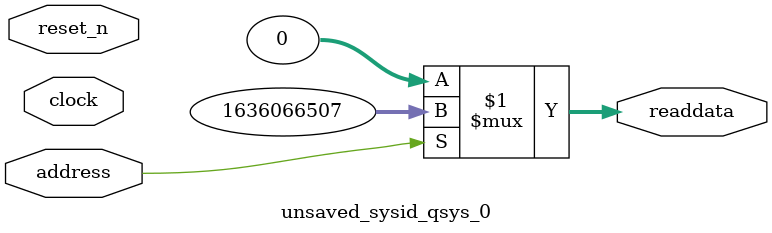
<source format=v>



// synthesis translate_off
`timescale 1ns / 1ps
// synthesis translate_on

// turn off superfluous verilog processor warnings 
// altera message_level Level1 
// altera message_off 10034 10035 10036 10037 10230 10240 10030 

module unsaved_sysid_qsys_0 (
               // inputs:
                address,
                clock,
                reset_n,

               // outputs:
                readdata
             )
;

  output  [ 31: 0] readdata;
  input            address;
  input            clock;
  input            reset_n;

  wire    [ 31: 0] readdata;
  //control_slave, which is an e_avalon_slave
  assign readdata = address ? 1636066507 : 0;

endmodule



</source>
